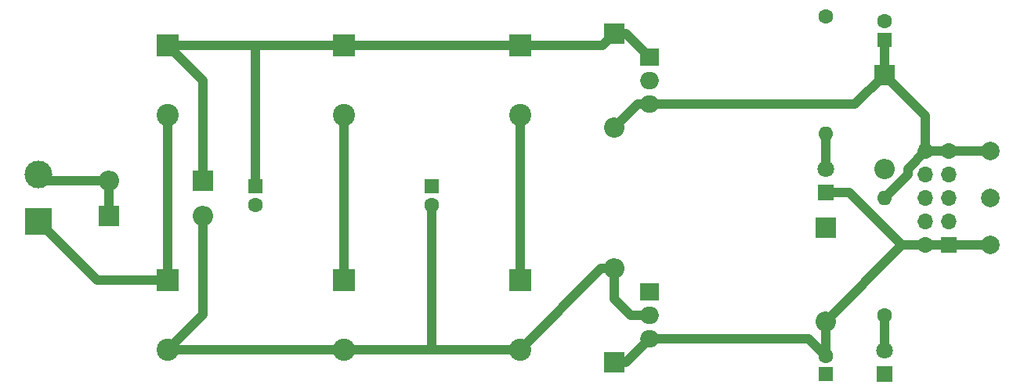
<source format=gbl>
G04 #@! TF.GenerationSoftware,KiCad,Pcbnew,(5.1.9)-1*
G04 #@! TF.CreationDate,2021-10-01T14:54:33+02:00*
G04 #@! TF.ProjectId,PSU,5053552e-6b69-4636-9164-5f7063625858,rev?*
G04 #@! TF.SameCoordinates,Original*
G04 #@! TF.FileFunction,Copper,L2,Bot*
G04 #@! TF.FilePolarity,Positive*
%FSLAX46Y46*%
G04 Gerber Fmt 4.6, Leading zero omitted, Abs format (unit mm)*
G04 Created by KiCad (PCBNEW (5.1.9)-1) date 2021-10-01 14:54:33*
%MOMM*%
%LPD*%
G01*
G04 APERTURE LIST*
G04 #@! TA.AperFunction,ComponentPad*
%ADD10C,1.600000*%
G04 #@! TD*
G04 #@! TA.AperFunction,ComponentPad*
%ADD11R,1.600000X1.600000*%
G04 #@! TD*
G04 #@! TA.AperFunction,ComponentPad*
%ADD12C,2.400000*%
G04 #@! TD*
G04 #@! TA.AperFunction,ComponentPad*
%ADD13R,2.400000X2.400000*%
G04 #@! TD*
G04 #@! TA.AperFunction,ComponentPad*
%ADD14C,1.800000*%
G04 #@! TD*
G04 #@! TA.AperFunction,ComponentPad*
%ADD15R,1.800000X1.800000*%
G04 #@! TD*
G04 #@! TA.AperFunction,ComponentPad*
%ADD16R,3.000000X3.000000*%
G04 #@! TD*
G04 #@! TA.AperFunction,ComponentPad*
%ADD17C,3.000000*%
G04 #@! TD*
G04 #@! TA.AperFunction,ComponentPad*
%ADD18R,1.700000X1.700000*%
G04 #@! TD*
G04 #@! TA.AperFunction,ComponentPad*
%ADD19O,1.700000X1.700000*%
G04 #@! TD*
G04 #@! TA.AperFunction,ComponentPad*
%ADD20O,2.000000X1.905000*%
G04 #@! TD*
G04 #@! TA.AperFunction,ComponentPad*
%ADD21R,2.000000X1.905000*%
G04 #@! TD*
G04 #@! TA.AperFunction,ComponentPad*
%ADD22O,1.600000X1.600000*%
G04 #@! TD*
G04 #@! TA.AperFunction,ComponentPad*
%ADD23O,2.200000X2.200000*%
G04 #@! TD*
G04 #@! TA.AperFunction,ComponentPad*
%ADD24R,2.200000X2.200000*%
G04 #@! TD*
G04 #@! TA.AperFunction,ComponentPad*
%ADD25C,2.000000*%
G04 #@! TD*
G04 #@! TA.AperFunction,Conductor*
%ADD26C,1.000000*%
G04 #@! TD*
G04 APERTURE END LIST*
D10*
X78740000Y-73120000D03*
D11*
X78740000Y-71120000D03*
D12*
X69215000Y-63380000D03*
D13*
X69215000Y-55880000D03*
D12*
X88265000Y-63380000D03*
D13*
X88265000Y-55880000D03*
X107315000Y-55880000D03*
D12*
X107315000Y-63380000D03*
D11*
X97790000Y-71120000D03*
D10*
X97790000Y-73120000D03*
D13*
X69215000Y-81280000D03*
D12*
X69215000Y-88780000D03*
D13*
X88265000Y-81280000D03*
D12*
X88265000Y-88780000D03*
X107315000Y-88780000D03*
D13*
X107315000Y-81280000D03*
D10*
X146685000Y-53245000D03*
D11*
X146685000Y-55245000D03*
X140335000Y-91440000D03*
D10*
X140335000Y-89440000D03*
D14*
X146685000Y-88900000D03*
D15*
X146685000Y-91440000D03*
X140335000Y-71755000D03*
D14*
X140335000Y-69215000D03*
D16*
X55245000Y-74930000D03*
D17*
X55245000Y-69850000D03*
D18*
X153670000Y-77470000D03*
D19*
X151130000Y-77470000D03*
X153670000Y-74930000D03*
X151130000Y-74930000D03*
X153670000Y-72390000D03*
X151130000Y-72390000D03*
X153670000Y-69850000D03*
X151130000Y-69850000D03*
X153670000Y-67310000D03*
X151130000Y-67310000D03*
D20*
X121285000Y-62230000D03*
X121285000Y-59690000D03*
D21*
X121285000Y-57150000D03*
X121285000Y-82550000D03*
D20*
X121285000Y-85090000D03*
X121285000Y-87630000D03*
D22*
X140335000Y-65405000D03*
D10*
X140335000Y-52705000D03*
X146685000Y-85090000D03*
D22*
X146685000Y-72390000D03*
D23*
X73025000Y-74295000D03*
D24*
X62865000Y-74295000D03*
X73025000Y-70485000D03*
D23*
X62865000Y-70485000D03*
D24*
X117475000Y-54610000D03*
D23*
X117475000Y-64770000D03*
X117475000Y-80010000D03*
D24*
X117475000Y-90170000D03*
D23*
X140335000Y-85725000D03*
D24*
X140335000Y-75565000D03*
X146685000Y-59055000D03*
D23*
X146685000Y-69215000D03*
D25*
X158115000Y-67310000D03*
X158115000Y-72390000D03*
X158115000Y-77470000D03*
D26*
X69215000Y-63380000D02*
X69215000Y-81280000D01*
X88265000Y-81280000D02*
X88265000Y-63380000D01*
X107315000Y-63380000D02*
X107315000Y-81280000D01*
X55880000Y-74295000D02*
X55245000Y-74930000D01*
X61595000Y-81280000D02*
X69215000Y-81280000D01*
X55245000Y-74930000D02*
X61595000Y-81280000D01*
X73025000Y-59690000D02*
X69215000Y-55880000D01*
X73025000Y-70485000D02*
X73025000Y-59690000D01*
X88265000Y-55880000D02*
X107315000Y-55880000D01*
X78740000Y-71120000D02*
X78740000Y-55880000D01*
X78740000Y-55880000D02*
X88265000Y-55880000D01*
X69215000Y-55880000D02*
X78740000Y-55880000D01*
X116205000Y-55880000D02*
X117475000Y-54610000D01*
X107315000Y-55880000D02*
X116205000Y-55880000D01*
X118745000Y-54610000D02*
X121285000Y-57150000D01*
X117475000Y-54610000D02*
X118745000Y-54610000D01*
X73025000Y-84970000D02*
X69215000Y-88780000D01*
X73025000Y-74295000D02*
X73025000Y-84970000D01*
X69215000Y-88780000D02*
X88265000Y-88780000D01*
X97790000Y-88660000D02*
X97670000Y-88780000D01*
X97790000Y-73120000D02*
X97790000Y-88660000D01*
X97670000Y-88780000D02*
X107315000Y-88780000D01*
X88265000Y-88780000D02*
X97670000Y-88780000D01*
X117475000Y-83280000D02*
X117475000Y-80010000D01*
X119285000Y-85090000D02*
X117475000Y-83280000D01*
X121285000Y-85090000D02*
X119285000Y-85090000D01*
X116085000Y-80010000D02*
X117475000Y-80010000D01*
X107315000Y-88780000D02*
X116085000Y-80010000D01*
X120015000Y-62230000D02*
X117475000Y-64770000D01*
X121285000Y-62230000D02*
X120015000Y-62230000D01*
X143510000Y-62230000D02*
X146685000Y-59055000D01*
X121285000Y-62230000D02*
X143510000Y-62230000D01*
X146685000Y-55245000D02*
X146685000Y-59055000D01*
X151130000Y-67310000D02*
X153670000Y-67310000D01*
X153670000Y-67310000D02*
X158115000Y-67310000D01*
X146685000Y-72390000D02*
X149225000Y-69850000D01*
X149225000Y-69215000D02*
X151130000Y-67310000D01*
X149225000Y-69850000D02*
X149225000Y-69215000D01*
X151130000Y-63500000D02*
X146685000Y-59055000D01*
X151130000Y-67310000D02*
X151130000Y-63500000D01*
X118745000Y-90170000D02*
X121285000Y-87630000D01*
X117475000Y-90170000D02*
X118745000Y-90170000D01*
X138525000Y-87630000D02*
X140335000Y-89440000D01*
X121285000Y-87630000D02*
X138525000Y-87630000D01*
X140335000Y-89440000D02*
X140335000Y-85725000D01*
X158115000Y-77470000D02*
X153670000Y-77470000D01*
X153670000Y-77470000D02*
X151130000Y-77470000D01*
X140335000Y-85725000D02*
X148590000Y-77470000D01*
X148590000Y-77470000D02*
X151130000Y-77470000D01*
X142875000Y-71755000D02*
X148590000Y-77470000D01*
X140335000Y-71755000D02*
X142875000Y-71755000D01*
X55880000Y-70485000D02*
X55245000Y-69850000D01*
X62865000Y-70485000D02*
X55880000Y-70485000D01*
X62865000Y-70485000D02*
X62865000Y-74295000D01*
X146685000Y-88900000D02*
X146685000Y-85090000D01*
X140335000Y-69215000D02*
X140335000Y-65405000D01*
M02*

</source>
